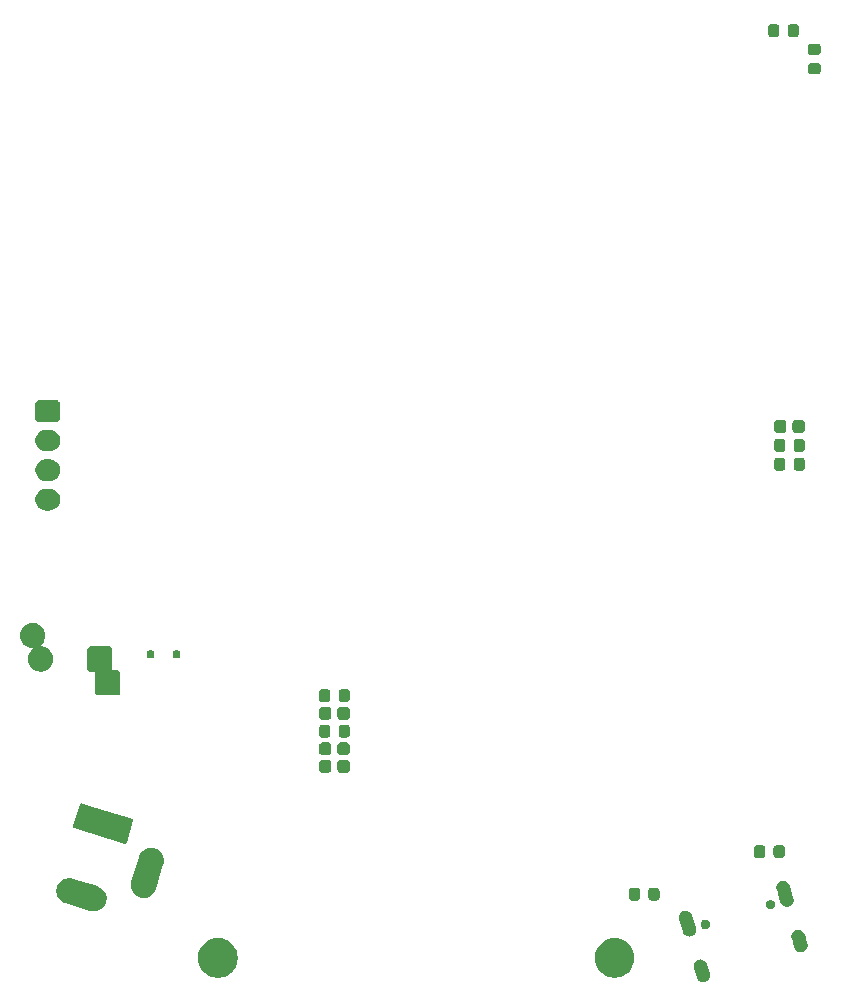
<source format=gbs>
G04 #@! TF.GenerationSoftware,KiCad,Pcbnew,9.0.2*
G04 #@! TF.CreationDate,2025-09-19T19:59:59+02:00*
G04 #@! TF.ProjectId,LumiCtrl,4c756d69-4374-4726-9c2e-6b696361645f,rev?*
G04 #@! TF.SameCoordinates,Original*
G04 #@! TF.FileFunction,Soldermask,Bot*
G04 #@! TF.FilePolarity,Negative*
%FSLAX46Y46*%
G04 Gerber Fmt 4.6, Leading zero omitted, Abs format (unit mm)*
G04 Created by KiCad (PCBNEW 9.0.2) date 2025-09-19 19:59:59*
%MOMM*%
%LPD*%
G01*
G04 APERTURE LIST*
G04 APERTURE END LIST*
G36*
X179498184Y-129437002D02*
G01*
X179521225Y-129436198D01*
X179543693Y-129441385D01*
X179577013Y-129444594D01*
X179640986Y-129463846D01*
X179667483Y-129469964D01*
X179675530Y-129474242D01*
X179684908Y-129477065D01*
X179784385Y-129529959D01*
X179791965Y-129536152D01*
X179800018Y-129540434D01*
X179819914Y-129558987D01*
X179871642Y-129601251D01*
X179892935Y-129627081D01*
X179909798Y-129642806D01*
X179922014Y-129662355D01*
X179943310Y-129688189D01*
X179974930Y-129747038D01*
X179989342Y-129770102D01*
X179994170Y-129782847D01*
X179997225Y-129788532D01*
X180014685Y-129836995D01*
X180015989Y-129840437D01*
X180016347Y-129841609D01*
X180016348Y-129841611D01*
X180188411Y-130404404D01*
X180249887Y-130605481D01*
X180250735Y-130609084D01*
X180263356Y-130659008D01*
X180264002Y-130665426D01*
X180267126Y-130678692D01*
X180268075Y-130705867D01*
X180274769Y-130772337D01*
X180271560Y-130805657D01*
X180272365Y-130828706D01*
X180267176Y-130851181D01*
X180263968Y-130884493D01*
X180244719Y-130948450D01*
X180238598Y-130974964D01*
X180234316Y-130983017D01*
X180231497Y-130992384D01*
X180178600Y-131091869D01*
X180172412Y-131099442D01*
X180168129Y-131107498D01*
X180149568Y-131127401D01*
X180107309Y-131179125D01*
X180081484Y-131200413D01*
X180065757Y-131217279D01*
X180046202Y-131229498D01*
X180020377Y-131250787D01*
X179961532Y-131282405D01*
X179938461Y-131296822D01*
X179929739Y-131299488D01*
X179921116Y-131304122D01*
X179813370Y-131337063D01*
X179803632Y-131338043D01*
X179794914Y-131340709D01*
X179767735Y-131341658D01*
X179701269Y-131348351D01*
X179667951Y-131345142D01*
X179644901Y-131345948D01*
X179622429Y-131340759D01*
X179589113Y-131337552D01*
X179525143Y-131318299D01*
X179498643Y-131312181D01*
X179490592Y-131307900D01*
X179481221Y-131305080D01*
X179381737Y-131252183D01*
X179374159Y-131245992D01*
X179366108Y-131241711D01*
X179346216Y-131223161D01*
X179294480Y-131180892D01*
X179273185Y-131155059D01*
X179256328Y-131139340D01*
X179244112Y-131119792D01*
X179222817Y-131093958D01*
X179191197Y-131035109D01*
X179176784Y-131012044D01*
X179171954Y-130999297D01*
X179168900Y-130993612D01*
X179151428Y-130945118D01*
X179150137Y-130941709D01*
X179149782Y-130940548D01*
X179149777Y-130940534D01*
X178916600Y-130177848D01*
X178916596Y-130177835D01*
X178916239Y-130176665D01*
X178915397Y-130173090D01*
X178902769Y-130123136D01*
X178902122Y-130116711D01*
X178899000Y-130103453D01*
X178898051Y-130076291D01*
X178891356Y-130009808D01*
X178894565Y-129976479D01*
X178893761Y-129953440D01*
X178898948Y-129930971D01*
X178902157Y-129897651D01*
X178921410Y-129833673D01*
X178927527Y-129807182D01*
X178931805Y-129799136D01*
X178934628Y-129789756D01*
X178987522Y-129690279D01*
X178993716Y-129682697D01*
X178997997Y-129674647D01*
X179016543Y-129654757D01*
X179058814Y-129603022D01*
X179084648Y-129581725D01*
X179100369Y-129564867D01*
X179119913Y-129552654D01*
X179145752Y-129531354D01*
X179204614Y-129499726D01*
X179227665Y-129485323D01*
X179236380Y-129482658D01*
X179245006Y-129478024D01*
X179352755Y-129445082D01*
X179362499Y-129444100D01*
X179371212Y-129441437D01*
X179398367Y-129440488D01*
X179464856Y-129433793D01*
X179498184Y-129437002D01*
G37*
G36*
X138926776Y-127657185D02*
G01*
X139138411Y-127713892D01*
X139340834Y-127797738D01*
X139530580Y-127907288D01*
X139704404Y-128040668D01*
X139859332Y-128195596D01*
X139992712Y-128369420D01*
X140102262Y-128559166D01*
X140186108Y-128761589D01*
X140242815Y-128973224D01*
X140271414Y-129190450D01*
X140271414Y-129409550D01*
X140242815Y-129626776D01*
X140186108Y-129838411D01*
X140102262Y-130040834D01*
X139992712Y-130230580D01*
X139859332Y-130404404D01*
X139704404Y-130559332D01*
X139530580Y-130692712D01*
X139340834Y-130802262D01*
X139138411Y-130886108D01*
X138926776Y-130942815D01*
X138709550Y-130971414D01*
X138490450Y-130971414D01*
X138273224Y-130942815D01*
X138061589Y-130886108D01*
X137859166Y-130802262D01*
X137669420Y-130692712D01*
X137495596Y-130559332D01*
X137340668Y-130404404D01*
X137207288Y-130230580D01*
X137097738Y-130040834D01*
X137013892Y-129838411D01*
X136957185Y-129626776D01*
X136928586Y-129409550D01*
X136928586Y-129190450D01*
X136957185Y-128973224D01*
X137013892Y-128761589D01*
X137097738Y-128559166D01*
X137207288Y-128369420D01*
X137340668Y-128195596D01*
X137495596Y-128040668D01*
X137669420Y-127907288D01*
X137859166Y-127797738D01*
X138061589Y-127713892D01*
X138273224Y-127657185D01*
X138490450Y-127628586D01*
X138709550Y-127628586D01*
X138926776Y-127657185D01*
G37*
G36*
X172526776Y-127657185D02*
G01*
X172738411Y-127713892D01*
X172940834Y-127797738D01*
X173130580Y-127907288D01*
X173304404Y-128040668D01*
X173459332Y-128195596D01*
X173592712Y-128369420D01*
X173702262Y-128559166D01*
X173786108Y-128761589D01*
X173842815Y-128973224D01*
X173871414Y-129190450D01*
X173871414Y-129409550D01*
X173842815Y-129626776D01*
X173786108Y-129838411D01*
X173702262Y-130040834D01*
X173592712Y-130230580D01*
X173459332Y-130404404D01*
X173304404Y-130559332D01*
X173130580Y-130692712D01*
X172940834Y-130802262D01*
X172738411Y-130886108D01*
X172526776Y-130942815D01*
X172309550Y-130971414D01*
X172090450Y-130971414D01*
X171873224Y-130942815D01*
X171661589Y-130886108D01*
X171459166Y-130802262D01*
X171269420Y-130692712D01*
X171095596Y-130559332D01*
X170940668Y-130404404D01*
X170807288Y-130230580D01*
X170697738Y-130040834D01*
X170613892Y-129838411D01*
X170557185Y-129626776D01*
X170528586Y-129409550D01*
X170528586Y-129190450D01*
X170557185Y-128973224D01*
X170613892Y-128761589D01*
X170697738Y-128559166D01*
X170807288Y-128369420D01*
X170940668Y-128195596D01*
X171095596Y-128040668D01*
X171269420Y-127907288D01*
X171459166Y-127797738D01*
X171661589Y-127713892D01*
X171873224Y-127657185D01*
X172090450Y-127628586D01*
X172309550Y-127628586D01*
X172526776Y-127657185D01*
G37*
G36*
X187760657Y-126910911D02*
G01*
X187783698Y-126910107D01*
X187806166Y-126915294D01*
X187839486Y-126918503D01*
X187903459Y-126937755D01*
X187929956Y-126943873D01*
X187938003Y-126948151D01*
X187947381Y-126950974D01*
X188046858Y-127003868D01*
X188054438Y-127010061D01*
X188062491Y-127014343D01*
X188082387Y-127032896D01*
X188134115Y-127075160D01*
X188155408Y-127100990D01*
X188172271Y-127116715D01*
X188184487Y-127136264D01*
X188205783Y-127162098D01*
X188237403Y-127220947D01*
X188251815Y-127244011D01*
X188256643Y-127256756D01*
X188259698Y-127262441D01*
X188277158Y-127310904D01*
X188278462Y-127314346D01*
X188278820Y-127315518D01*
X188278821Y-127315520D01*
X188500521Y-128040668D01*
X188512360Y-128079390D01*
X188513208Y-128082993D01*
X188525829Y-128132917D01*
X188526475Y-128139335D01*
X188529599Y-128152601D01*
X188530548Y-128179776D01*
X188537242Y-128246246D01*
X188534033Y-128279566D01*
X188534838Y-128302615D01*
X188529649Y-128325090D01*
X188526441Y-128358402D01*
X188507192Y-128422359D01*
X188501071Y-128448873D01*
X188496789Y-128456926D01*
X188493970Y-128466293D01*
X188441073Y-128565778D01*
X188434885Y-128573351D01*
X188430602Y-128581407D01*
X188412041Y-128601310D01*
X188369782Y-128653034D01*
X188343957Y-128674322D01*
X188328230Y-128691188D01*
X188308675Y-128703407D01*
X188282850Y-128724696D01*
X188224005Y-128756314D01*
X188200934Y-128770731D01*
X188192212Y-128773397D01*
X188183589Y-128778031D01*
X188075843Y-128810972D01*
X188066105Y-128811952D01*
X188057387Y-128814618D01*
X188030208Y-128815567D01*
X187963742Y-128822260D01*
X187930424Y-128819051D01*
X187907374Y-128819857D01*
X187884902Y-128814668D01*
X187851586Y-128811461D01*
X187787616Y-128792208D01*
X187761116Y-128786090D01*
X187753065Y-128781809D01*
X187743694Y-128778989D01*
X187644210Y-128726092D01*
X187636632Y-128719901D01*
X187628581Y-128715620D01*
X187608689Y-128697070D01*
X187556953Y-128654801D01*
X187535658Y-128628968D01*
X187518801Y-128613249D01*
X187506585Y-128593701D01*
X187485290Y-128567867D01*
X187453670Y-128509018D01*
X187439257Y-128485953D01*
X187434427Y-128473206D01*
X187431373Y-128467521D01*
X187413901Y-128419027D01*
X187412610Y-128415618D01*
X187412255Y-128414457D01*
X187412250Y-128414443D01*
X187179073Y-127651757D01*
X187179069Y-127651744D01*
X187178712Y-127650574D01*
X187177870Y-127646999D01*
X187165242Y-127597045D01*
X187164595Y-127590620D01*
X187161473Y-127577362D01*
X187160524Y-127550200D01*
X187153829Y-127483717D01*
X187157038Y-127450388D01*
X187156234Y-127427349D01*
X187161421Y-127404880D01*
X187164630Y-127371560D01*
X187183883Y-127307582D01*
X187190000Y-127281091D01*
X187194278Y-127273045D01*
X187197101Y-127263665D01*
X187249995Y-127164188D01*
X187256189Y-127156606D01*
X187260470Y-127148556D01*
X187279016Y-127128666D01*
X187321287Y-127076931D01*
X187347121Y-127055634D01*
X187362842Y-127038776D01*
X187382386Y-127026563D01*
X187408225Y-127005263D01*
X187467087Y-126973635D01*
X187490138Y-126959232D01*
X187498853Y-126956567D01*
X187507479Y-126951933D01*
X187615228Y-126918991D01*
X187624972Y-126918009D01*
X187633685Y-126915346D01*
X187660840Y-126914397D01*
X187727329Y-126907702D01*
X187760657Y-126910911D01*
G37*
G36*
X178232215Y-125296202D02*
G01*
X178255257Y-125295398D01*
X178277724Y-125300585D01*
X178311045Y-125303794D01*
X178375020Y-125323048D01*
X178401515Y-125329165D01*
X178409562Y-125333443D01*
X178418936Y-125336265D01*
X178518420Y-125389161D01*
X178526003Y-125395356D01*
X178534049Y-125399635D01*
X178553936Y-125418180D01*
X178605673Y-125460452D01*
X178626960Y-125486275D01*
X178643830Y-125502006D01*
X178656051Y-125521563D01*
X178677341Y-125547390D01*
X178708954Y-125606227D01*
X178723373Y-125629302D01*
X178728204Y-125642054D01*
X178731256Y-125647734D01*
X178748733Y-125696242D01*
X178750020Y-125699638D01*
X178750372Y-125700792D01*
X178750380Y-125700812D01*
X179055031Y-126697285D01*
X179071628Y-126751573D01*
X179072470Y-126755149D01*
X179085097Y-126805099D01*
X179085743Y-126811520D01*
X179088867Y-126824785D01*
X179089816Y-126851958D01*
X179096510Y-126918430D01*
X179093301Y-126951750D01*
X179094106Y-126974798D01*
X179088917Y-126997273D01*
X179085709Y-127030586D01*
X179066459Y-127094546D01*
X179060339Y-127121057D01*
X179056057Y-127129109D01*
X179053237Y-127138481D01*
X179000343Y-127237959D01*
X178994151Y-127245537D01*
X178989869Y-127253591D01*
X178971310Y-127273493D01*
X178929051Y-127325215D01*
X178903228Y-127346501D01*
X178887498Y-127363371D01*
X178867940Y-127375591D01*
X178842113Y-127396883D01*
X178783274Y-127428497D01*
X178760201Y-127442915D01*
X178751476Y-127445582D01*
X178742858Y-127450213D01*
X178635110Y-127483155D01*
X178625372Y-127484135D01*
X178616654Y-127486801D01*
X178589475Y-127487750D01*
X178523009Y-127494443D01*
X178489691Y-127491234D01*
X178466641Y-127492040D01*
X178444169Y-127486851D01*
X178410853Y-127483644D01*
X178346881Y-127464390D01*
X178320383Y-127458273D01*
X178312333Y-127453992D01*
X178302957Y-127451171D01*
X178203480Y-127398277D01*
X178195901Y-127392085D01*
X178187848Y-127387803D01*
X178167951Y-127369249D01*
X178116220Y-127326983D01*
X178094926Y-127301151D01*
X178078068Y-127285431D01*
X178065853Y-127265883D01*
X178044557Y-127240049D01*
X178012936Y-127181197D01*
X177998525Y-127158135D01*
X177993695Y-127145388D01*
X177990642Y-127139705D01*
X177973179Y-127091238D01*
X177971877Y-127087800D01*
X177971519Y-127086629D01*
X177971515Y-127086618D01*
X177650629Y-126037042D01*
X177650623Y-126037020D01*
X177650270Y-126035864D01*
X177649437Y-126032328D01*
X177636800Y-125982337D01*
X177636153Y-125975915D01*
X177633030Y-125962652D01*
X177632081Y-125935480D01*
X177625387Y-125869007D01*
X177628596Y-125835679D01*
X177627792Y-125812639D01*
X177632978Y-125790172D01*
X177636188Y-125756850D01*
X177655443Y-125692871D01*
X177661559Y-125666381D01*
X177665837Y-125658334D01*
X177668659Y-125648959D01*
X177721555Y-125549475D01*
X177727752Y-125541889D01*
X177732029Y-125533847D01*
X177750567Y-125513966D01*
X177792846Y-125462222D01*
X177818673Y-125440931D01*
X177834400Y-125424066D01*
X177853952Y-125411848D01*
X177879784Y-125390554D01*
X177938637Y-125358931D01*
X177961696Y-125344523D01*
X177970414Y-125341857D01*
X177979038Y-125337224D01*
X178086787Y-125304282D01*
X178096526Y-125303301D01*
X178105244Y-125300636D01*
X178132412Y-125299687D01*
X178198888Y-125292993D01*
X178232215Y-125296202D01*
G37*
G36*
X180027724Y-126084228D02*
G01*
X180118156Y-126136439D01*
X180191992Y-126210275D01*
X180244203Y-126300707D01*
X180271229Y-126401570D01*
X180271229Y-126505990D01*
X180244203Y-126606853D01*
X180191992Y-126697285D01*
X180118156Y-126771121D01*
X180027724Y-126823332D01*
X179926861Y-126850358D01*
X179822441Y-126850358D01*
X179721578Y-126823332D01*
X179631146Y-126771121D01*
X179557310Y-126697285D01*
X179505099Y-126606853D01*
X179478073Y-126505990D01*
X179478073Y-126401570D01*
X179505099Y-126300707D01*
X179557310Y-126210275D01*
X179631146Y-126136439D01*
X179721578Y-126084228D01*
X179822441Y-126057202D01*
X179926861Y-126057202D01*
X180027724Y-126084228D01*
G37*
G36*
X126236892Y-122581057D02*
G01*
X126318520Y-122602547D01*
X126319450Y-122602831D01*
X126319460Y-122602834D01*
X128421432Y-123245472D01*
X128421457Y-123245480D01*
X128422390Y-123245766D01*
X128502080Y-123273595D01*
X128653695Y-123347542D01*
X128791875Y-123444297D01*
X128913218Y-123561477D01*
X129014736Y-123696197D01*
X129093930Y-123845138D01*
X129148849Y-124004635D01*
X129178141Y-124170759D01*
X129181086Y-124339420D01*
X129157609Y-124506465D01*
X129108289Y-124667783D01*
X129034342Y-124819397D01*
X128937586Y-124957577D01*
X128820407Y-125078921D01*
X128685687Y-125180439D01*
X128536746Y-125259632D01*
X128377249Y-125314552D01*
X128211125Y-125343844D01*
X128042463Y-125346788D01*
X127875418Y-125323311D01*
X127793791Y-125301821D01*
X125689920Y-124658603D01*
X125610231Y-124630774D01*
X125458616Y-124556827D01*
X125320436Y-124460071D01*
X125199092Y-124342891D01*
X125097574Y-124208171D01*
X125018381Y-124059231D01*
X124963461Y-123899733D01*
X124934169Y-123733609D01*
X124931225Y-123564948D01*
X124954702Y-123397903D01*
X125004021Y-123236586D01*
X125077968Y-123084971D01*
X125174724Y-122946791D01*
X125291904Y-122825447D01*
X125426624Y-122723929D01*
X125575564Y-122644736D01*
X125735062Y-122589816D01*
X125901186Y-122560524D01*
X126069847Y-122557580D01*
X126236892Y-122581057D01*
G37*
G36*
X185555165Y-124394320D02*
G01*
X185645597Y-124446531D01*
X185719433Y-124520367D01*
X185771644Y-124610799D01*
X185798670Y-124711662D01*
X185798670Y-124816082D01*
X185771644Y-124916945D01*
X185719433Y-125007377D01*
X185645597Y-125081213D01*
X185555165Y-125133424D01*
X185454302Y-125160450D01*
X185349882Y-125160450D01*
X185249019Y-125133424D01*
X185158587Y-125081213D01*
X185084751Y-125007377D01*
X185032540Y-124916945D01*
X185005514Y-124816082D01*
X185005514Y-124711662D01*
X185032540Y-124610799D01*
X185084751Y-124520367D01*
X185158587Y-124446531D01*
X185249019Y-124394320D01*
X185349882Y-124367294D01*
X185454302Y-124367294D01*
X185555165Y-124394320D01*
G37*
G36*
X186494688Y-122770111D02*
G01*
X186517730Y-122769307D01*
X186540197Y-122774494D01*
X186573518Y-122777703D01*
X186637493Y-122796957D01*
X186663988Y-122803074D01*
X186672035Y-122807352D01*
X186681409Y-122810174D01*
X186780893Y-122863070D01*
X186788476Y-122869265D01*
X186796522Y-122873544D01*
X186816409Y-122892089D01*
X186868146Y-122934361D01*
X186889433Y-122960184D01*
X186906303Y-122975915D01*
X186918524Y-122995472D01*
X186939814Y-123021299D01*
X186971427Y-123080136D01*
X186985846Y-123103211D01*
X186990677Y-123115963D01*
X186993729Y-123121643D01*
X187011206Y-123170151D01*
X187012493Y-123173547D01*
X187012845Y-123174701D01*
X187012853Y-123174721D01*
X187328783Y-124208087D01*
X187334101Y-124225482D01*
X187334943Y-124229058D01*
X187347570Y-124279008D01*
X187348216Y-124285429D01*
X187351340Y-124298694D01*
X187352289Y-124325867D01*
X187358983Y-124392339D01*
X187355774Y-124425659D01*
X187356579Y-124448707D01*
X187351390Y-124471182D01*
X187348182Y-124504495D01*
X187328932Y-124568455D01*
X187322812Y-124594966D01*
X187318530Y-124603018D01*
X187315710Y-124612390D01*
X187262816Y-124711868D01*
X187256624Y-124719446D01*
X187252342Y-124727500D01*
X187233783Y-124747402D01*
X187191524Y-124799124D01*
X187165701Y-124820410D01*
X187149971Y-124837280D01*
X187130413Y-124849500D01*
X187104586Y-124870792D01*
X187045747Y-124902406D01*
X187022674Y-124916824D01*
X187013949Y-124919491D01*
X187005331Y-124924122D01*
X186897583Y-124957064D01*
X186887845Y-124958044D01*
X186879127Y-124960710D01*
X186851948Y-124961659D01*
X186785482Y-124968352D01*
X186752164Y-124965143D01*
X186729114Y-124965949D01*
X186706642Y-124960760D01*
X186673326Y-124957553D01*
X186609354Y-124938299D01*
X186582856Y-124932182D01*
X186574806Y-124927901D01*
X186565430Y-124925080D01*
X186465953Y-124872186D01*
X186458374Y-124865994D01*
X186450321Y-124861712D01*
X186430424Y-124843158D01*
X186378693Y-124800892D01*
X186357399Y-124775060D01*
X186340541Y-124759340D01*
X186328326Y-124739792D01*
X186307030Y-124713958D01*
X186275409Y-124655106D01*
X186260998Y-124632044D01*
X186256168Y-124619297D01*
X186253115Y-124613614D01*
X186235652Y-124565147D01*
X186234350Y-124561709D01*
X186233992Y-124560538D01*
X186233988Y-124560527D01*
X185913102Y-123510951D01*
X185913096Y-123510929D01*
X185912743Y-123509773D01*
X185911910Y-123506237D01*
X185899273Y-123456246D01*
X185898626Y-123449824D01*
X185895503Y-123436561D01*
X185894554Y-123409389D01*
X185887860Y-123342916D01*
X185891069Y-123309588D01*
X185890265Y-123286548D01*
X185895451Y-123264081D01*
X185898661Y-123230759D01*
X185917916Y-123166780D01*
X185924032Y-123140290D01*
X185928310Y-123132243D01*
X185931132Y-123122868D01*
X185984028Y-123023384D01*
X185990225Y-123015798D01*
X185994502Y-123007756D01*
X186013040Y-122987875D01*
X186055319Y-122936131D01*
X186081146Y-122914840D01*
X186096873Y-122897975D01*
X186116425Y-122885757D01*
X186142257Y-122864463D01*
X186201110Y-122832840D01*
X186224169Y-122818432D01*
X186232887Y-122815766D01*
X186241511Y-122811133D01*
X186349260Y-122778191D01*
X186358999Y-122777210D01*
X186367717Y-122774545D01*
X186394885Y-122773596D01*
X186461361Y-122766902D01*
X186494688Y-122770111D01*
G37*
G36*
X174081409Y-123351275D02*
G01*
X174144958Y-123359641D01*
X174160943Y-123367095D01*
X174180238Y-123370933D01*
X174205792Y-123388008D01*
X174232290Y-123400364D01*
X174248412Y-123416486D01*
X174269454Y-123430546D01*
X174283513Y-123451587D01*
X174299635Y-123467709D01*
X174311990Y-123494204D01*
X174329067Y-123519762D01*
X174332905Y-123539058D01*
X174340358Y-123555041D01*
X174348722Y-123618577D01*
X174350000Y-123625000D01*
X174350000Y-124175000D01*
X174348722Y-124181424D01*
X174340358Y-124244958D01*
X174332905Y-124260939D01*
X174329067Y-124280238D01*
X174311988Y-124305797D01*
X174299635Y-124332290D01*
X174283516Y-124348408D01*
X174269454Y-124369454D01*
X174248408Y-124383516D01*
X174232290Y-124399635D01*
X174205797Y-124411988D01*
X174180238Y-124429067D01*
X174160939Y-124432905D01*
X174144958Y-124440358D01*
X174081424Y-124448722D01*
X174075000Y-124450000D01*
X173675000Y-124450000D01*
X173668577Y-124448722D01*
X173605041Y-124440358D01*
X173589058Y-124432905D01*
X173569762Y-124429067D01*
X173544204Y-124411990D01*
X173517709Y-124399635D01*
X173501587Y-124383513D01*
X173480546Y-124369454D01*
X173466486Y-124348412D01*
X173450364Y-124332290D01*
X173438008Y-124305792D01*
X173420933Y-124280238D01*
X173417095Y-124260943D01*
X173409641Y-124244958D01*
X173401275Y-124181409D01*
X173400000Y-124175000D01*
X173400000Y-123625000D01*
X173401274Y-123618592D01*
X173409641Y-123555041D01*
X173417095Y-123539054D01*
X173420933Y-123519762D01*
X173438006Y-123494209D01*
X173450364Y-123467709D01*
X173466488Y-123451584D01*
X173480546Y-123430546D01*
X173501584Y-123416488D01*
X173517709Y-123400364D01*
X173544209Y-123388006D01*
X173569762Y-123370933D01*
X173589054Y-123367095D01*
X173605041Y-123359641D01*
X173668592Y-123351274D01*
X173675000Y-123350000D01*
X174075000Y-123350000D01*
X174081409Y-123351275D01*
G37*
G36*
X175731409Y-123351275D02*
G01*
X175794958Y-123359641D01*
X175810943Y-123367095D01*
X175830238Y-123370933D01*
X175855792Y-123388008D01*
X175882290Y-123400364D01*
X175898412Y-123416486D01*
X175919454Y-123430546D01*
X175933513Y-123451587D01*
X175949635Y-123467709D01*
X175961990Y-123494204D01*
X175979067Y-123519762D01*
X175982905Y-123539058D01*
X175990358Y-123555041D01*
X175998722Y-123618577D01*
X176000000Y-123625000D01*
X176000000Y-124175000D01*
X175998722Y-124181424D01*
X175990358Y-124244958D01*
X175982905Y-124260939D01*
X175979067Y-124280238D01*
X175961988Y-124305797D01*
X175949635Y-124332290D01*
X175933516Y-124348408D01*
X175919454Y-124369454D01*
X175898408Y-124383516D01*
X175882290Y-124399635D01*
X175855797Y-124411988D01*
X175830238Y-124429067D01*
X175810939Y-124432905D01*
X175794958Y-124440358D01*
X175731424Y-124448722D01*
X175725000Y-124450000D01*
X175325000Y-124450000D01*
X175318577Y-124448722D01*
X175255041Y-124440358D01*
X175239058Y-124432905D01*
X175219762Y-124429067D01*
X175194204Y-124411990D01*
X175167709Y-124399635D01*
X175151587Y-124383513D01*
X175130546Y-124369454D01*
X175116486Y-124348412D01*
X175100364Y-124332290D01*
X175088008Y-124305792D01*
X175070933Y-124280238D01*
X175067095Y-124260943D01*
X175059641Y-124244958D01*
X175051275Y-124181409D01*
X175050000Y-124175000D01*
X175050000Y-123625000D01*
X175051274Y-123618592D01*
X175059641Y-123555041D01*
X175067095Y-123539054D01*
X175070933Y-123519762D01*
X175088006Y-123494209D01*
X175100364Y-123467709D01*
X175116488Y-123451584D01*
X175130546Y-123430546D01*
X175151584Y-123416488D01*
X175167709Y-123400364D01*
X175194209Y-123388006D01*
X175219762Y-123370933D01*
X175239054Y-123367095D01*
X175255041Y-123359641D01*
X175318592Y-123351274D01*
X175325000Y-123350000D01*
X175725000Y-123350000D01*
X175731409Y-123351275D01*
G37*
G36*
X133194763Y-120002679D02*
G01*
X133356081Y-120051999D01*
X133507695Y-120125946D01*
X133645875Y-120222702D01*
X133767219Y-120339881D01*
X133868737Y-120474601D01*
X133947930Y-120623542D01*
X134002850Y-120783039D01*
X134032142Y-120949163D01*
X134035086Y-121117825D01*
X134011609Y-121284870D01*
X133990119Y-121366497D01*
X133346901Y-123470368D01*
X133319072Y-123550057D01*
X133245125Y-123701672D01*
X133148369Y-123839852D01*
X133031189Y-123961196D01*
X132896469Y-124062714D01*
X132747529Y-124141907D01*
X132588031Y-124196827D01*
X132421907Y-124226119D01*
X132253246Y-124229063D01*
X132086201Y-124205586D01*
X131924884Y-124156267D01*
X131773269Y-124082320D01*
X131635089Y-123985564D01*
X131513745Y-123868384D01*
X131412227Y-123733664D01*
X131333034Y-123584724D01*
X131278114Y-123425226D01*
X131248822Y-123259102D01*
X131245878Y-123090441D01*
X131269355Y-122923396D01*
X131290845Y-122841768D01*
X131291127Y-122840843D01*
X131291132Y-122840827D01*
X131933770Y-120738855D01*
X131933781Y-120738822D01*
X131934064Y-120737898D01*
X131961893Y-120658208D01*
X132035840Y-120506593D01*
X132132595Y-120368413D01*
X132249775Y-120247070D01*
X132384495Y-120145552D01*
X132533436Y-120066358D01*
X132692933Y-120011439D01*
X132859057Y-119982147D01*
X133027718Y-119979202D01*
X133194763Y-120002679D01*
G37*
G36*
X184681409Y-119751275D02*
G01*
X184744958Y-119759641D01*
X184760943Y-119767095D01*
X184780238Y-119770933D01*
X184805792Y-119788008D01*
X184832290Y-119800364D01*
X184848412Y-119816486D01*
X184869454Y-119830546D01*
X184883513Y-119851587D01*
X184899635Y-119867709D01*
X184911990Y-119894204D01*
X184929067Y-119919762D01*
X184932905Y-119939058D01*
X184940358Y-119955041D01*
X184948722Y-120018577D01*
X184950000Y-120025000D01*
X184950000Y-120575000D01*
X184948722Y-120581424D01*
X184940358Y-120644958D01*
X184932905Y-120660939D01*
X184929067Y-120680238D01*
X184911988Y-120705797D01*
X184899635Y-120732290D01*
X184883516Y-120748408D01*
X184869454Y-120769454D01*
X184848408Y-120783516D01*
X184832290Y-120799635D01*
X184805797Y-120811988D01*
X184780238Y-120829067D01*
X184760939Y-120832905D01*
X184744958Y-120840358D01*
X184681424Y-120848722D01*
X184675000Y-120850000D01*
X184275000Y-120850000D01*
X184268577Y-120848722D01*
X184205041Y-120840358D01*
X184189058Y-120832905D01*
X184169762Y-120829067D01*
X184144204Y-120811990D01*
X184117709Y-120799635D01*
X184101587Y-120783513D01*
X184080546Y-120769454D01*
X184066486Y-120748412D01*
X184050364Y-120732290D01*
X184038008Y-120705792D01*
X184020933Y-120680238D01*
X184017095Y-120660943D01*
X184009641Y-120644958D01*
X184001275Y-120581409D01*
X184000000Y-120575000D01*
X184000000Y-120025000D01*
X184001274Y-120018592D01*
X184009641Y-119955041D01*
X184017095Y-119939054D01*
X184020933Y-119919762D01*
X184038006Y-119894209D01*
X184050364Y-119867709D01*
X184066488Y-119851584D01*
X184080546Y-119830546D01*
X184101584Y-119816488D01*
X184117709Y-119800364D01*
X184144209Y-119788006D01*
X184169762Y-119770933D01*
X184189054Y-119767095D01*
X184205041Y-119759641D01*
X184268592Y-119751274D01*
X184275000Y-119750000D01*
X184675000Y-119750000D01*
X184681409Y-119751275D01*
G37*
G36*
X186331409Y-119751275D02*
G01*
X186394958Y-119759641D01*
X186410943Y-119767095D01*
X186430238Y-119770933D01*
X186455792Y-119788008D01*
X186482290Y-119800364D01*
X186498412Y-119816486D01*
X186519454Y-119830546D01*
X186533513Y-119851587D01*
X186549635Y-119867709D01*
X186561990Y-119894204D01*
X186579067Y-119919762D01*
X186582905Y-119939058D01*
X186590358Y-119955041D01*
X186598722Y-120018577D01*
X186600000Y-120025000D01*
X186600000Y-120575000D01*
X186598722Y-120581424D01*
X186590358Y-120644958D01*
X186582905Y-120660939D01*
X186579067Y-120680238D01*
X186561988Y-120705797D01*
X186549635Y-120732290D01*
X186533516Y-120748408D01*
X186519454Y-120769454D01*
X186498408Y-120783516D01*
X186482290Y-120799635D01*
X186455797Y-120811988D01*
X186430238Y-120829067D01*
X186410939Y-120832905D01*
X186394958Y-120840358D01*
X186331424Y-120848722D01*
X186325000Y-120850000D01*
X185925000Y-120850000D01*
X185918577Y-120848722D01*
X185855041Y-120840358D01*
X185839058Y-120832905D01*
X185819762Y-120829067D01*
X185794204Y-120811990D01*
X185767709Y-120799635D01*
X185751587Y-120783513D01*
X185730546Y-120769454D01*
X185716486Y-120748412D01*
X185700364Y-120732290D01*
X185688008Y-120705792D01*
X185670933Y-120680238D01*
X185667095Y-120660943D01*
X185659641Y-120644958D01*
X185651275Y-120581409D01*
X185650000Y-120575000D01*
X185650000Y-120025000D01*
X185651274Y-120018592D01*
X185659641Y-119955041D01*
X185667095Y-119939054D01*
X185670933Y-119919762D01*
X185688006Y-119894209D01*
X185700364Y-119867709D01*
X185716488Y-119851584D01*
X185730546Y-119830546D01*
X185751584Y-119816488D01*
X185767709Y-119800364D01*
X185794209Y-119788006D01*
X185819762Y-119770933D01*
X185839054Y-119767095D01*
X185855041Y-119759641D01*
X185918592Y-119751274D01*
X185925000Y-119750000D01*
X186325000Y-119750000D01*
X186331409Y-119751275D01*
G37*
G36*
X127012896Y-116226982D02*
G01*
X128271532Y-116611785D01*
X131407184Y-117570450D01*
X131407187Y-117570451D01*
X131411898Y-117571892D01*
X131437675Y-117585743D01*
X131456191Y-117608405D01*
X131464624Y-117636427D01*
X131461693Y-117665543D01*
X130876949Y-119578153D01*
X130863098Y-119603930D01*
X130840437Y-119622446D01*
X130812414Y-119630879D01*
X130783298Y-119627948D01*
X126384296Y-118283038D01*
X126358519Y-118269187D01*
X126340003Y-118246525D01*
X126331570Y-118218503D01*
X126334501Y-118189387D01*
X126342016Y-118164805D01*
X126917804Y-116281488D01*
X126917805Y-116281484D01*
X126919245Y-116276777D01*
X126933096Y-116251000D01*
X126955757Y-116232484D01*
X126983780Y-116224051D01*
X127012896Y-116226982D01*
G37*
G36*
X147992257Y-112544638D02*
G01*
X148000930Y-112548467D01*
X148008497Y-112549570D01*
X148055795Y-112572692D01*
X148093113Y-112589170D01*
X148096568Y-112592625D01*
X148097492Y-112593077D01*
X148167163Y-112662748D01*
X148167614Y-112663671D01*
X148171071Y-112667128D01*
X148187550Y-112704451D01*
X148210670Y-112751742D01*
X148211772Y-112759308D01*
X148215603Y-112767984D01*
X148223572Y-112836669D01*
X148223572Y-113336669D01*
X148215603Y-113405354D01*
X148211771Y-113414030D01*
X148210670Y-113421594D01*
X148187557Y-113468871D01*
X148171071Y-113506210D01*
X148167613Y-113509667D01*
X148167163Y-113510589D01*
X148097492Y-113580260D01*
X148096570Y-113580710D01*
X148093113Y-113584168D01*
X148055779Y-113600652D01*
X148008498Y-113623767D01*
X148000933Y-113624869D01*
X147992257Y-113628700D01*
X147923572Y-113636669D01*
X147473572Y-113636669D01*
X147404887Y-113628700D01*
X147396210Y-113624869D01*
X147388646Y-113623767D01*
X147341359Y-113600650D01*
X147304031Y-113584168D01*
X147300574Y-113580711D01*
X147299651Y-113580260D01*
X147229980Y-113510589D01*
X147229528Y-113509665D01*
X147226073Y-113506210D01*
X147209597Y-113468897D01*
X147186473Y-113421595D01*
X147185370Y-113414026D01*
X147181541Y-113405354D01*
X147173572Y-113336669D01*
X147173572Y-112836669D01*
X147181541Y-112767984D01*
X147185370Y-112759311D01*
X147186473Y-112751743D01*
X147209600Y-112704435D01*
X147226073Y-112667128D01*
X147229527Y-112663673D01*
X147229980Y-112662748D01*
X147299651Y-112593077D01*
X147300576Y-112592624D01*
X147304031Y-112589170D01*
X147341333Y-112572699D01*
X147388645Y-112549570D01*
X147396214Y-112548467D01*
X147404887Y-112544638D01*
X147473572Y-112536669D01*
X147923572Y-112536669D01*
X147992257Y-112544638D01*
G37*
G36*
X149542257Y-112544638D02*
G01*
X149550930Y-112548467D01*
X149558497Y-112549570D01*
X149605795Y-112572692D01*
X149643113Y-112589170D01*
X149646568Y-112592625D01*
X149647492Y-112593077D01*
X149717163Y-112662748D01*
X149717614Y-112663671D01*
X149721071Y-112667128D01*
X149737550Y-112704451D01*
X149760670Y-112751742D01*
X149761772Y-112759308D01*
X149765603Y-112767984D01*
X149773572Y-112836669D01*
X149773572Y-113336669D01*
X149765603Y-113405354D01*
X149761771Y-113414030D01*
X149760670Y-113421594D01*
X149737557Y-113468871D01*
X149721071Y-113506210D01*
X149717613Y-113509667D01*
X149717163Y-113510589D01*
X149647492Y-113580260D01*
X149646570Y-113580710D01*
X149643113Y-113584168D01*
X149605779Y-113600652D01*
X149558498Y-113623767D01*
X149550933Y-113624869D01*
X149542257Y-113628700D01*
X149473572Y-113636669D01*
X149023572Y-113636669D01*
X148954887Y-113628700D01*
X148946210Y-113624869D01*
X148938646Y-113623767D01*
X148891359Y-113600650D01*
X148854031Y-113584168D01*
X148850574Y-113580711D01*
X148849651Y-113580260D01*
X148779980Y-113510589D01*
X148779528Y-113509665D01*
X148776073Y-113506210D01*
X148759597Y-113468897D01*
X148736473Y-113421595D01*
X148735370Y-113414026D01*
X148731541Y-113405354D01*
X148723572Y-113336669D01*
X148723572Y-112836669D01*
X148731541Y-112767984D01*
X148735370Y-112759311D01*
X148736473Y-112751743D01*
X148759600Y-112704435D01*
X148776073Y-112667128D01*
X148779527Y-112663673D01*
X148779980Y-112662748D01*
X148849651Y-112593077D01*
X148850576Y-112592624D01*
X148854031Y-112589170D01*
X148891333Y-112572699D01*
X148938645Y-112549570D01*
X148946214Y-112548467D01*
X148954887Y-112544638D01*
X149023572Y-112536669D01*
X149473572Y-112536669D01*
X149542257Y-112544638D01*
G37*
G36*
X147992257Y-111044638D02*
G01*
X148000930Y-111048467D01*
X148008497Y-111049570D01*
X148055795Y-111072692D01*
X148093113Y-111089170D01*
X148096568Y-111092625D01*
X148097492Y-111093077D01*
X148167163Y-111162748D01*
X148167614Y-111163671D01*
X148171071Y-111167128D01*
X148187550Y-111204451D01*
X148210670Y-111251742D01*
X148211772Y-111259308D01*
X148215603Y-111267984D01*
X148223572Y-111336669D01*
X148223572Y-111836669D01*
X148215603Y-111905354D01*
X148211771Y-111914030D01*
X148210670Y-111921594D01*
X148187557Y-111968871D01*
X148171071Y-112006210D01*
X148167613Y-112009667D01*
X148167163Y-112010589D01*
X148097492Y-112080260D01*
X148096570Y-112080710D01*
X148093113Y-112084168D01*
X148055779Y-112100652D01*
X148008498Y-112123767D01*
X148000933Y-112124869D01*
X147992257Y-112128700D01*
X147923572Y-112136669D01*
X147473572Y-112136669D01*
X147404887Y-112128700D01*
X147396210Y-112124869D01*
X147388646Y-112123767D01*
X147341359Y-112100650D01*
X147304031Y-112084168D01*
X147300574Y-112080711D01*
X147299651Y-112080260D01*
X147229980Y-112010589D01*
X147229528Y-112009665D01*
X147226073Y-112006210D01*
X147209597Y-111968897D01*
X147186473Y-111921595D01*
X147185370Y-111914026D01*
X147181541Y-111905354D01*
X147173572Y-111836669D01*
X147173572Y-111336669D01*
X147181541Y-111267984D01*
X147185370Y-111259311D01*
X147186473Y-111251743D01*
X147209600Y-111204435D01*
X147226073Y-111167128D01*
X147229527Y-111163673D01*
X147229980Y-111162748D01*
X147299651Y-111093077D01*
X147300576Y-111092624D01*
X147304031Y-111089170D01*
X147341333Y-111072699D01*
X147388645Y-111049570D01*
X147396214Y-111048467D01*
X147404887Y-111044638D01*
X147473572Y-111036669D01*
X147923572Y-111036669D01*
X147992257Y-111044638D01*
G37*
G36*
X149542257Y-111044638D02*
G01*
X149550930Y-111048467D01*
X149558497Y-111049570D01*
X149605795Y-111072692D01*
X149643113Y-111089170D01*
X149646568Y-111092625D01*
X149647492Y-111093077D01*
X149717163Y-111162748D01*
X149717614Y-111163671D01*
X149721071Y-111167128D01*
X149737550Y-111204451D01*
X149760670Y-111251742D01*
X149761772Y-111259308D01*
X149765603Y-111267984D01*
X149773572Y-111336669D01*
X149773572Y-111836669D01*
X149765603Y-111905354D01*
X149761771Y-111914030D01*
X149760670Y-111921594D01*
X149737557Y-111968871D01*
X149721071Y-112006210D01*
X149717613Y-112009667D01*
X149717163Y-112010589D01*
X149647492Y-112080260D01*
X149646570Y-112080710D01*
X149643113Y-112084168D01*
X149605779Y-112100652D01*
X149558498Y-112123767D01*
X149550933Y-112124869D01*
X149542257Y-112128700D01*
X149473572Y-112136669D01*
X149023572Y-112136669D01*
X148954887Y-112128700D01*
X148946210Y-112124869D01*
X148938646Y-112123767D01*
X148891359Y-112100650D01*
X148854031Y-112084168D01*
X148850574Y-112080711D01*
X148849651Y-112080260D01*
X148779980Y-112010589D01*
X148779528Y-112009665D01*
X148776073Y-112006210D01*
X148759597Y-111968897D01*
X148736473Y-111921595D01*
X148735370Y-111914026D01*
X148731541Y-111905354D01*
X148723572Y-111836669D01*
X148723572Y-111336669D01*
X148731541Y-111267984D01*
X148735370Y-111259311D01*
X148736473Y-111251743D01*
X148759600Y-111204435D01*
X148776073Y-111167128D01*
X148779527Y-111163673D01*
X148779980Y-111162748D01*
X148849651Y-111093077D01*
X148850576Y-111092624D01*
X148854031Y-111089170D01*
X148891333Y-111072699D01*
X148938645Y-111049570D01*
X148946214Y-111048467D01*
X148954887Y-111044638D01*
X149023572Y-111036669D01*
X149473572Y-111036669D01*
X149542257Y-111044638D01*
G37*
G36*
X147856409Y-109551275D02*
G01*
X147919958Y-109559641D01*
X147935943Y-109567095D01*
X147955238Y-109570933D01*
X147980792Y-109588008D01*
X148007290Y-109600364D01*
X148023412Y-109616486D01*
X148044454Y-109630546D01*
X148058513Y-109651587D01*
X148074635Y-109667709D01*
X148086990Y-109694204D01*
X148104067Y-109719762D01*
X148107905Y-109739058D01*
X148115358Y-109755041D01*
X148123722Y-109818577D01*
X148125000Y-109825000D01*
X148125000Y-110375000D01*
X148123722Y-110381424D01*
X148115358Y-110444958D01*
X148107905Y-110460939D01*
X148104067Y-110480238D01*
X148086988Y-110505797D01*
X148074635Y-110532290D01*
X148058516Y-110548408D01*
X148044454Y-110569454D01*
X148023408Y-110583516D01*
X148007290Y-110599635D01*
X147980797Y-110611988D01*
X147955238Y-110629067D01*
X147935939Y-110632905D01*
X147919958Y-110640358D01*
X147856424Y-110648722D01*
X147850000Y-110650000D01*
X147450000Y-110650000D01*
X147443577Y-110648722D01*
X147380041Y-110640358D01*
X147364058Y-110632905D01*
X147344762Y-110629067D01*
X147319204Y-110611990D01*
X147292709Y-110599635D01*
X147276587Y-110583513D01*
X147255546Y-110569454D01*
X147241486Y-110548412D01*
X147225364Y-110532290D01*
X147213008Y-110505792D01*
X147195933Y-110480238D01*
X147192095Y-110460943D01*
X147184641Y-110444958D01*
X147176275Y-110381409D01*
X147175000Y-110375000D01*
X147175000Y-109825000D01*
X147176274Y-109818592D01*
X147184641Y-109755041D01*
X147192095Y-109739054D01*
X147195933Y-109719762D01*
X147213006Y-109694209D01*
X147225364Y-109667709D01*
X147241488Y-109651584D01*
X147255546Y-109630546D01*
X147276584Y-109616488D01*
X147292709Y-109600364D01*
X147319209Y-109588006D01*
X147344762Y-109570933D01*
X147364054Y-109567095D01*
X147380041Y-109559641D01*
X147443592Y-109551274D01*
X147450000Y-109550000D01*
X147850000Y-109550000D01*
X147856409Y-109551275D01*
G37*
G36*
X149506409Y-109551275D02*
G01*
X149569958Y-109559641D01*
X149585943Y-109567095D01*
X149605238Y-109570933D01*
X149630792Y-109588008D01*
X149657290Y-109600364D01*
X149673412Y-109616486D01*
X149694454Y-109630546D01*
X149708513Y-109651587D01*
X149724635Y-109667709D01*
X149736990Y-109694204D01*
X149754067Y-109719762D01*
X149757905Y-109739058D01*
X149765358Y-109755041D01*
X149773722Y-109818577D01*
X149775000Y-109825000D01*
X149775000Y-110375000D01*
X149773722Y-110381424D01*
X149765358Y-110444958D01*
X149757905Y-110460939D01*
X149754067Y-110480238D01*
X149736988Y-110505797D01*
X149724635Y-110532290D01*
X149708516Y-110548408D01*
X149694454Y-110569454D01*
X149673408Y-110583516D01*
X149657290Y-110599635D01*
X149630797Y-110611988D01*
X149605238Y-110629067D01*
X149585939Y-110632905D01*
X149569958Y-110640358D01*
X149506424Y-110648722D01*
X149500000Y-110650000D01*
X149100000Y-110650000D01*
X149093577Y-110648722D01*
X149030041Y-110640358D01*
X149014058Y-110632905D01*
X148994762Y-110629067D01*
X148969204Y-110611990D01*
X148942709Y-110599635D01*
X148926587Y-110583513D01*
X148905546Y-110569454D01*
X148891486Y-110548412D01*
X148875364Y-110532290D01*
X148863008Y-110505792D01*
X148845933Y-110480238D01*
X148842095Y-110460943D01*
X148834641Y-110444958D01*
X148826275Y-110381409D01*
X148825000Y-110375000D01*
X148825000Y-109825000D01*
X148826274Y-109818592D01*
X148834641Y-109755041D01*
X148842095Y-109739054D01*
X148845933Y-109719762D01*
X148863006Y-109694209D01*
X148875364Y-109667709D01*
X148891488Y-109651584D01*
X148905546Y-109630546D01*
X148926584Y-109616488D01*
X148942709Y-109600364D01*
X148969209Y-109588006D01*
X148994762Y-109570933D01*
X149014054Y-109567095D01*
X149030041Y-109559641D01*
X149093592Y-109551274D01*
X149100000Y-109550000D01*
X149500000Y-109550000D01*
X149506409Y-109551275D01*
G37*
G36*
X147991780Y-108053130D02*
G01*
X148000453Y-108056959D01*
X148008020Y-108058062D01*
X148055318Y-108081184D01*
X148092636Y-108097662D01*
X148096091Y-108101117D01*
X148097015Y-108101569D01*
X148166686Y-108171240D01*
X148167137Y-108172163D01*
X148170594Y-108175620D01*
X148187073Y-108212943D01*
X148210193Y-108260234D01*
X148211295Y-108267800D01*
X148215126Y-108276476D01*
X148223095Y-108345161D01*
X148223095Y-108845161D01*
X148215126Y-108913846D01*
X148211294Y-108922522D01*
X148210193Y-108930086D01*
X148187080Y-108977363D01*
X148170594Y-109014702D01*
X148167136Y-109018159D01*
X148166686Y-109019081D01*
X148097015Y-109088752D01*
X148096093Y-109089202D01*
X148092636Y-109092660D01*
X148055302Y-109109144D01*
X148008021Y-109132259D01*
X148000456Y-109133361D01*
X147991780Y-109137192D01*
X147923095Y-109145161D01*
X147473095Y-109145161D01*
X147404410Y-109137192D01*
X147395733Y-109133361D01*
X147388169Y-109132259D01*
X147340882Y-109109142D01*
X147303554Y-109092660D01*
X147300097Y-109089203D01*
X147299174Y-109088752D01*
X147229503Y-109019081D01*
X147229051Y-109018157D01*
X147225596Y-109014702D01*
X147209120Y-108977389D01*
X147185996Y-108930087D01*
X147184893Y-108922518D01*
X147181064Y-108913846D01*
X147173095Y-108845161D01*
X147173095Y-108345161D01*
X147181064Y-108276476D01*
X147184893Y-108267803D01*
X147185996Y-108260235D01*
X147209123Y-108212927D01*
X147225596Y-108175620D01*
X147229050Y-108172165D01*
X147229503Y-108171240D01*
X147299174Y-108101569D01*
X147300099Y-108101116D01*
X147303554Y-108097662D01*
X147340856Y-108081191D01*
X147388168Y-108058062D01*
X147395737Y-108056959D01*
X147404410Y-108053130D01*
X147473095Y-108045161D01*
X147923095Y-108045161D01*
X147991780Y-108053130D01*
G37*
G36*
X149541780Y-108053130D02*
G01*
X149550453Y-108056959D01*
X149558020Y-108058062D01*
X149605318Y-108081184D01*
X149642636Y-108097662D01*
X149646091Y-108101117D01*
X149647015Y-108101569D01*
X149716686Y-108171240D01*
X149717137Y-108172163D01*
X149720594Y-108175620D01*
X149737073Y-108212943D01*
X149760193Y-108260234D01*
X149761295Y-108267800D01*
X149765126Y-108276476D01*
X149773095Y-108345161D01*
X149773095Y-108845161D01*
X149765126Y-108913846D01*
X149761294Y-108922522D01*
X149760193Y-108930086D01*
X149737080Y-108977363D01*
X149720594Y-109014702D01*
X149717136Y-109018159D01*
X149716686Y-109019081D01*
X149647015Y-109088752D01*
X149646093Y-109089202D01*
X149642636Y-109092660D01*
X149605302Y-109109144D01*
X149558021Y-109132259D01*
X149550456Y-109133361D01*
X149541780Y-109137192D01*
X149473095Y-109145161D01*
X149023095Y-109145161D01*
X148954410Y-109137192D01*
X148945733Y-109133361D01*
X148938169Y-109132259D01*
X148890882Y-109109142D01*
X148853554Y-109092660D01*
X148850097Y-109089203D01*
X148849174Y-109088752D01*
X148779503Y-109019081D01*
X148779051Y-109018157D01*
X148775596Y-109014702D01*
X148759120Y-108977389D01*
X148735996Y-108930087D01*
X148734893Y-108922518D01*
X148731064Y-108913846D01*
X148723095Y-108845161D01*
X148723095Y-108345161D01*
X148731064Y-108276476D01*
X148734893Y-108267803D01*
X148735996Y-108260235D01*
X148759123Y-108212927D01*
X148775596Y-108175620D01*
X148779050Y-108172165D01*
X148779503Y-108171240D01*
X148849174Y-108101569D01*
X148850099Y-108101116D01*
X148853554Y-108097662D01*
X148890856Y-108081191D01*
X148938168Y-108058062D01*
X148945737Y-108056959D01*
X148954410Y-108053130D01*
X149023095Y-108045161D01*
X149473095Y-108045161D01*
X149541780Y-108053130D01*
G37*
G36*
X147854504Y-106546436D02*
G01*
X147918053Y-106554802D01*
X147934038Y-106562256D01*
X147953333Y-106566094D01*
X147978887Y-106583169D01*
X148005385Y-106595525D01*
X148021507Y-106611647D01*
X148042549Y-106625707D01*
X148056608Y-106646748D01*
X148072730Y-106662870D01*
X148085085Y-106689365D01*
X148102162Y-106714923D01*
X148106000Y-106734219D01*
X148113453Y-106750202D01*
X148121817Y-106813738D01*
X148123095Y-106820161D01*
X148123095Y-107370161D01*
X148121817Y-107376585D01*
X148113453Y-107440119D01*
X148106000Y-107456100D01*
X148102162Y-107475399D01*
X148085083Y-107500958D01*
X148072730Y-107527451D01*
X148056611Y-107543569D01*
X148042549Y-107564615D01*
X148021503Y-107578677D01*
X148005385Y-107594796D01*
X147978892Y-107607149D01*
X147953333Y-107624228D01*
X147934034Y-107628066D01*
X147918053Y-107635519D01*
X147854519Y-107643883D01*
X147848095Y-107645161D01*
X147448095Y-107645161D01*
X147441672Y-107643883D01*
X147378136Y-107635519D01*
X147362153Y-107628066D01*
X147342857Y-107624228D01*
X147317299Y-107607151D01*
X147290804Y-107594796D01*
X147274682Y-107578674D01*
X147253641Y-107564615D01*
X147239581Y-107543573D01*
X147223459Y-107527451D01*
X147211103Y-107500953D01*
X147194028Y-107475399D01*
X147190190Y-107456104D01*
X147182736Y-107440119D01*
X147174370Y-107376570D01*
X147173095Y-107370161D01*
X147173095Y-106820161D01*
X147174369Y-106813753D01*
X147182736Y-106750202D01*
X147190190Y-106734215D01*
X147194028Y-106714923D01*
X147211101Y-106689370D01*
X147223459Y-106662870D01*
X147239583Y-106646745D01*
X147253641Y-106625707D01*
X147274679Y-106611649D01*
X147290804Y-106595525D01*
X147317304Y-106583167D01*
X147342857Y-106566094D01*
X147362149Y-106562256D01*
X147378136Y-106554802D01*
X147441687Y-106546435D01*
X147448095Y-106545161D01*
X147848095Y-106545161D01*
X147854504Y-106546436D01*
G37*
G36*
X149504504Y-106546436D02*
G01*
X149568053Y-106554802D01*
X149584038Y-106562256D01*
X149603333Y-106566094D01*
X149628887Y-106583169D01*
X149655385Y-106595525D01*
X149671507Y-106611647D01*
X149692549Y-106625707D01*
X149706608Y-106646748D01*
X149722730Y-106662870D01*
X149735085Y-106689365D01*
X149752162Y-106714923D01*
X149756000Y-106734219D01*
X149763453Y-106750202D01*
X149771817Y-106813738D01*
X149773095Y-106820161D01*
X149773095Y-107370161D01*
X149771817Y-107376585D01*
X149763453Y-107440119D01*
X149756000Y-107456100D01*
X149752162Y-107475399D01*
X149735083Y-107500958D01*
X149722730Y-107527451D01*
X149706611Y-107543569D01*
X149692549Y-107564615D01*
X149671503Y-107578677D01*
X149655385Y-107594796D01*
X149628892Y-107607149D01*
X149603333Y-107624228D01*
X149584034Y-107628066D01*
X149568053Y-107635519D01*
X149504519Y-107643883D01*
X149498095Y-107645161D01*
X149098095Y-107645161D01*
X149091672Y-107643883D01*
X149028136Y-107635519D01*
X149012153Y-107628066D01*
X148992857Y-107624228D01*
X148967299Y-107607151D01*
X148940804Y-107594796D01*
X148924682Y-107578674D01*
X148903641Y-107564615D01*
X148889581Y-107543573D01*
X148873459Y-107527451D01*
X148861103Y-107500953D01*
X148844028Y-107475399D01*
X148840190Y-107456104D01*
X148832736Y-107440119D01*
X148824370Y-107376570D01*
X148823095Y-107370161D01*
X148823095Y-106820161D01*
X148824369Y-106813753D01*
X148832736Y-106750202D01*
X148840190Y-106734215D01*
X148844028Y-106714923D01*
X148861101Y-106689370D01*
X148873459Y-106662870D01*
X148889583Y-106646745D01*
X148903641Y-106625707D01*
X148924679Y-106611649D01*
X148940804Y-106595525D01*
X148967304Y-106583167D01*
X148992857Y-106566094D01*
X149012149Y-106562256D01*
X149028136Y-106554802D01*
X149091687Y-106546435D01*
X149098095Y-106545161D01*
X149498095Y-106545161D01*
X149504504Y-106546436D01*
G37*
G36*
X129434116Y-102936074D02*
G01*
X129439447Y-102938560D01*
X129442061Y-102938941D01*
X129479201Y-102957097D01*
X129536412Y-102983776D01*
X129616224Y-103063588D01*
X129642912Y-103120821D01*
X129661058Y-103157938D01*
X129661438Y-103160549D01*
X129663926Y-103165884D01*
X129675000Y-103250000D01*
X129675000Y-104750000D01*
X129663926Y-104834116D01*
X129661438Y-104839450D01*
X129661058Y-104842062D01*
X129643511Y-104877953D01*
X129672879Y-104925000D01*
X130022144Y-104925000D01*
X130106260Y-104936074D01*
X130111591Y-104938560D01*
X130114205Y-104938941D01*
X130151345Y-104957097D01*
X130208556Y-104983776D01*
X130288368Y-105063588D01*
X130315056Y-105120821D01*
X130333202Y-105157938D01*
X130333582Y-105160549D01*
X130336070Y-105165884D01*
X130347144Y-105250000D01*
X130347144Y-106750000D01*
X130336070Y-106834116D01*
X130333582Y-106839450D01*
X130333202Y-106842061D01*
X130315066Y-106879157D01*
X130288368Y-106936412D01*
X130208556Y-107016224D01*
X130151301Y-107042922D01*
X130114205Y-107061058D01*
X130111594Y-107061438D01*
X130106260Y-107063926D01*
X130022144Y-107075000D01*
X128522144Y-107075000D01*
X128438028Y-107063926D01*
X128432693Y-107061438D01*
X128430082Y-107061058D01*
X128392965Y-107042912D01*
X128335732Y-107016224D01*
X128255920Y-106936412D01*
X128229241Y-106879201D01*
X128211085Y-106842061D01*
X128210704Y-106839447D01*
X128208218Y-106834116D01*
X128197144Y-106750000D01*
X128197144Y-105250000D01*
X128208218Y-105165884D01*
X128210703Y-105160553D01*
X128211085Y-105157937D01*
X128228631Y-105122043D01*
X128199264Y-105075000D01*
X127850000Y-105075000D01*
X127765884Y-105063926D01*
X127760549Y-105061438D01*
X127757938Y-105061058D01*
X127720821Y-105042912D01*
X127663588Y-105016224D01*
X127583776Y-104936412D01*
X127557097Y-104879201D01*
X127538941Y-104842061D01*
X127538560Y-104839447D01*
X127536074Y-104834116D01*
X127525000Y-104750000D01*
X127525000Y-103250000D01*
X127536074Y-103165884D01*
X127538560Y-103160552D01*
X127538941Y-103157938D01*
X127557108Y-103120776D01*
X127583776Y-103063588D01*
X127663588Y-102983776D01*
X127720776Y-102957108D01*
X127757938Y-102938941D01*
X127760552Y-102938560D01*
X127765884Y-102936074D01*
X127850000Y-102925000D01*
X129350000Y-102925000D01*
X129434116Y-102936074D01*
G37*
G36*
X123178810Y-100954702D02*
G01*
X123339241Y-101006830D01*
X123489542Y-101083412D01*
X123626013Y-101182564D01*
X123745292Y-101301843D01*
X123844444Y-101438314D01*
X123921026Y-101588615D01*
X123973154Y-101749046D01*
X123999542Y-101915656D01*
X123999542Y-102084344D01*
X123973154Y-102250954D01*
X123921026Y-102411385D01*
X123844444Y-102561686D01*
X123745292Y-102698157D01*
X123626013Y-102817436D01*
X123568082Y-102859525D01*
X123590433Y-102928314D01*
X123684344Y-102928314D01*
X123850954Y-102954702D01*
X124011385Y-103006830D01*
X124161686Y-103083412D01*
X124298157Y-103182564D01*
X124417436Y-103301843D01*
X124516588Y-103438314D01*
X124593170Y-103588615D01*
X124645298Y-103749046D01*
X124671686Y-103915656D01*
X124671686Y-104084344D01*
X124645298Y-104250954D01*
X124593170Y-104411385D01*
X124516588Y-104561686D01*
X124417436Y-104698157D01*
X124298157Y-104817436D01*
X124161686Y-104916588D01*
X124011385Y-104993170D01*
X123850954Y-105045298D01*
X123684344Y-105071686D01*
X123515656Y-105071686D01*
X123349046Y-105045298D01*
X123188615Y-104993170D01*
X123038314Y-104916588D01*
X122901843Y-104817436D01*
X122782564Y-104698157D01*
X122683412Y-104561686D01*
X122606830Y-104411385D01*
X122554702Y-104250954D01*
X122528314Y-104084344D01*
X122528314Y-103915656D01*
X122554702Y-103749046D01*
X122606830Y-103588615D01*
X122683412Y-103438314D01*
X122782564Y-103301843D01*
X122901843Y-103182564D01*
X122959773Y-103140474D01*
X122937423Y-103071686D01*
X122843512Y-103071686D01*
X122676902Y-103045298D01*
X122516471Y-102993170D01*
X122366170Y-102916588D01*
X122229699Y-102817436D01*
X122110420Y-102698157D01*
X122011268Y-102561686D01*
X121934686Y-102411385D01*
X121882558Y-102250954D01*
X121856170Y-102084344D01*
X121856170Y-101915656D01*
X121882558Y-101749046D01*
X121934686Y-101588615D01*
X122011268Y-101438314D01*
X122110420Y-101301843D01*
X122229699Y-101182564D01*
X122366170Y-101083412D01*
X122516471Y-101006830D01*
X122676902Y-100954702D01*
X122843512Y-100928314D01*
X123012200Y-100928314D01*
X123178810Y-100954702D01*
G37*
G36*
X133101537Y-103290224D02*
G01*
X133166421Y-103333579D01*
X133209776Y-103398463D01*
X133225000Y-103475000D01*
X133225000Y-103725000D01*
X133209776Y-103801537D01*
X133166421Y-103866421D01*
X133101537Y-103909776D01*
X133025000Y-103925000D01*
X132775000Y-103925000D01*
X132698463Y-103909776D01*
X132633579Y-103866421D01*
X132590224Y-103801537D01*
X132575000Y-103725000D01*
X132575000Y-103475000D01*
X132590224Y-103398463D01*
X132633579Y-103333579D01*
X132698463Y-103290224D01*
X132775000Y-103275000D01*
X133025000Y-103275000D01*
X133101537Y-103290224D01*
G37*
G36*
X135301537Y-103290224D02*
G01*
X135366421Y-103333579D01*
X135409776Y-103398463D01*
X135425000Y-103475000D01*
X135425000Y-103725000D01*
X135409776Y-103801537D01*
X135366421Y-103866421D01*
X135301537Y-103909776D01*
X135225000Y-103925000D01*
X134975000Y-103925000D01*
X134898463Y-103909776D01*
X134833579Y-103866421D01*
X134790224Y-103801537D01*
X134775000Y-103725000D01*
X134775000Y-103475000D01*
X134790224Y-103398463D01*
X134833579Y-103333579D01*
X134898463Y-103290224D01*
X134975000Y-103275000D01*
X135225000Y-103275000D01*
X135301537Y-103290224D01*
G37*
G36*
X124415666Y-89579454D02*
G01*
X124593513Y-89614830D01*
X124761042Y-89684223D01*
X124911814Y-89784965D01*
X125040035Y-89913186D01*
X125140777Y-90063958D01*
X125210170Y-90231487D01*
X125245546Y-90409334D01*
X125245546Y-90590666D01*
X125210170Y-90768513D01*
X125140777Y-90936042D01*
X125040035Y-91086814D01*
X124911814Y-91215035D01*
X124761042Y-91315777D01*
X124593513Y-91385170D01*
X124415666Y-91420546D01*
X124325000Y-91425000D01*
X124323768Y-91425000D01*
X124076232Y-91425000D01*
X124075000Y-91425000D01*
X123984334Y-91420546D01*
X123806487Y-91385170D01*
X123638958Y-91315777D01*
X123488186Y-91215035D01*
X123359965Y-91086814D01*
X123259223Y-90936042D01*
X123189830Y-90768513D01*
X123154454Y-90590666D01*
X123154454Y-90409334D01*
X123189830Y-90231487D01*
X123259223Y-90063958D01*
X123359965Y-89913186D01*
X123488186Y-89784965D01*
X123638958Y-89684223D01*
X123806487Y-89614830D01*
X123984334Y-89579454D01*
X124075000Y-89575000D01*
X124325000Y-89575000D01*
X124415666Y-89579454D01*
G37*
G36*
X124415666Y-87079454D02*
G01*
X124593513Y-87114830D01*
X124761042Y-87184223D01*
X124911814Y-87284965D01*
X125040035Y-87413186D01*
X125140777Y-87563958D01*
X125210170Y-87731487D01*
X125245546Y-87909334D01*
X125245546Y-88090666D01*
X125210170Y-88268513D01*
X125140777Y-88436042D01*
X125040035Y-88586814D01*
X124911814Y-88715035D01*
X124761042Y-88815777D01*
X124593513Y-88885170D01*
X124415666Y-88920546D01*
X124325000Y-88925000D01*
X124323768Y-88925000D01*
X124076232Y-88925000D01*
X124075000Y-88925000D01*
X123984334Y-88920546D01*
X123806487Y-88885170D01*
X123638958Y-88815777D01*
X123488186Y-88715035D01*
X123359965Y-88586814D01*
X123259223Y-88436042D01*
X123189830Y-88268513D01*
X123154454Y-88090666D01*
X123154454Y-87909334D01*
X123189830Y-87731487D01*
X123259223Y-87563958D01*
X123359965Y-87413186D01*
X123488186Y-87284965D01*
X123638958Y-87184223D01*
X123806487Y-87114830D01*
X123984334Y-87079454D01*
X124075000Y-87075000D01*
X124325000Y-87075000D01*
X124415666Y-87079454D01*
G37*
G36*
X186381409Y-86951275D02*
G01*
X186444958Y-86959641D01*
X186460943Y-86967095D01*
X186480238Y-86970933D01*
X186505792Y-86988008D01*
X186532290Y-87000364D01*
X186548412Y-87016486D01*
X186569454Y-87030546D01*
X186583513Y-87051587D01*
X186599635Y-87067709D01*
X186611990Y-87094204D01*
X186629067Y-87119762D01*
X186632905Y-87139058D01*
X186640358Y-87155041D01*
X186648722Y-87218577D01*
X186650000Y-87225000D01*
X186650000Y-87775000D01*
X186648722Y-87781424D01*
X186640358Y-87844958D01*
X186632905Y-87860939D01*
X186629067Y-87880238D01*
X186611988Y-87905797D01*
X186599635Y-87932290D01*
X186583516Y-87948408D01*
X186569454Y-87969454D01*
X186548408Y-87983516D01*
X186532290Y-87999635D01*
X186505797Y-88011988D01*
X186480238Y-88029067D01*
X186460939Y-88032905D01*
X186444958Y-88040358D01*
X186381424Y-88048722D01*
X186375000Y-88050000D01*
X185975000Y-88050000D01*
X185968577Y-88048722D01*
X185905041Y-88040358D01*
X185889058Y-88032905D01*
X185869762Y-88029067D01*
X185844204Y-88011990D01*
X185817709Y-87999635D01*
X185801587Y-87983513D01*
X185780546Y-87969454D01*
X185766486Y-87948412D01*
X185750364Y-87932290D01*
X185738008Y-87905792D01*
X185720933Y-87880238D01*
X185717095Y-87860943D01*
X185709641Y-87844958D01*
X185701275Y-87781409D01*
X185700000Y-87775000D01*
X185700000Y-87225000D01*
X185701274Y-87218592D01*
X185709641Y-87155041D01*
X185717095Y-87139054D01*
X185720933Y-87119762D01*
X185738006Y-87094209D01*
X185750364Y-87067709D01*
X185766488Y-87051584D01*
X185780546Y-87030546D01*
X185801584Y-87016488D01*
X185817709Y-87000364D01*
X185844209Y-86988006D01*
X185869762Y-86970933D01*
X185889054Y-86967095D01*
X185905041Y-86959641D01*
X185968592Y-86951274D01*
X185975000Y-86950000D01*
X186375000Y-86950000D01*
X186381409Y-86951275D01*
G37*
G36*
X188031409Y-86951275D02*
G01*
X188094958Y-86959641D01*
X188110943Y-86967095D01*
X188130238Y-86970933D01*
X188155792Y-86988008D01*
X188182290Y-87000364D01*
X188198412Y-87016486D01*
X188219454Y-87030546D01*
X188233513Y-87051587D01*
X188249635Y-87067709D01*
X188261990Y-87094204D01*
X188279067Y-87119762D01*
X188282905Y-87139058D01*
X188290358Y-87155041D01*
X188298722Y-87218577D01*
X188300000Y-87225000D01*
X188300000Y-87775000D01*
X188298722Y-87781424D01*
X188290358Y-87844958D01*
X188282905Y-87860939D01*
X188279067Y-87880238D01*
X188261988Y-87905797D01*
X188249635Y-87932290D01*
X188233516Y-87948408D01*
X188219454Y-87969454D01*
X188198408Y-87983516D01*
X188182290Y-87999635D01*
X188155797Y-88011988D01*
X188130238Y-88029067D01*
X188110939Y-88032905D01*
X188094958Y-88040358D01*
X188031424Y-88048722D01*
X188025000Y-88050000D01*
X187625000Y-88050000D01*
X187618577Y-88048722D01*
X187555041Y-88040358D01*
X187539058Y-88032905D01*
X187519762Y-88029067D01*
X187494204Y-88011990D01*
X187467709Y-87999635D01*
X187451587Y-87983513D01*
X187430546Y-87969454D01*
X187416486Y-87948412D01*
X187400364Y-87932290D01*
X187388008Y-87905792D01*
X187370933Y-87880238D01*
X187367095Y-87860943D01*
X187359641Y-87844958D01*
X187351275Y-87781409D01*
X187350000Y-87775000D01*
X187350000Y-87225000D01*
X187351274Y-87218592D01*
X187359641Y-87155041D01*
X187367095Y-87139054D01*
X187370933Y-87119762D01*
X187388006Y-87094209D01*
X187400364Y-87067709D01*
X187416488Y-87051584D01*
X187430546Y-87030546D01*
X187451584Y-87016488D01*
X187467709Y-87000364D01*
X187494209Y-86988006D01*
X187519762Y-86970933D01*
X187539054Y-86967095D01*
X187555041Y-86959641D01*
X187618592Y-86951274D01*
X187625000Y-86950000D01*
X188025000Y-86950000D01*
X188031409Y-86951275D01*
G37*
G36*
X186381409Y-85351275D02*
G01*
X186444958Y-85359641D01*
X186460943Y-85367095D01*
X186480238Y-85370933D01*
X186505792Y-85388008D01*
X186532290Y-85400364D01*
X186548412Y-85416486D01*
X186569454Y-85430546D01*
X186583513Y-85451587D01*
X186599635Y-85467709D01*
X186611990Y-85494204D01*
X186629067Y-85519762D01*
X186632905Y-85539058D01*
X186640358Y-85555041D01*
X186648722Y-85618577D01*
X186650000Y-85625000D01*
X186650000Y-86175000D01*
X186648722Y-86181424D01*
X186640358Y-86244958D01*
X186632905Y-86260939D01*
X186629067Y-86280238D01*
X186611988Y-86305797D01*
X186599635Y-86332290D01*
X186583516Y-86348408D01*
X186569454Y-86369454D01*
X186548408Y-86383516D01*
X186532290Y-86399635D01*
X186505797Y-86411988D01*
X186480238Y-86429067D01*
X186460939Y-86432905D01*
X186444958Y-86440358D01*
X186381424Y-86448722D01*
X186375000Y-86450000D01*
X185975000Y-86450000D01*
X185968577Y-86448722D01*
X185905041Y-86440358D01*
X185889058Y-86432905D01*
X185869762Y-86429067D01*
X185844204Y-86411990D01*
X185817709Y-86399635D01*
X185801587Y-86383513D01*
X185780546Y-86369454D01*
X185766486Y-86348412D01*
X185750364Y-86332290D01*
X185738008Y-86305792D01*
X185720933Y-86280238D01*
X185717095Y-86260943D01*
X185709641Y-86244958D01*
X185701275Y-86181409D01*
X185700000Y-86175000D01*
X185700000Y-85625000D01*
X185701274Y-85618592D01*
X185709641Y-85555041D01*
X185717095Y-85539054D01*
X185720933Y-85519762D01*
X185738006Y-85494209D01*
X185750364Y-85467709D01*
X185766488Y-85451584D01*
X185780546Y-85430546D01*
X185801584Y-85416488D01*
X185817709Y-85400364D01*
X185844209Y-85388006D01*
X185869762Y-85370933D01*
X185889054Y-85367095D01*
X185905041Y-85359641D01*
X185968592Y-85351274D01*
X185975000Y-85350000D01*
X186375000Y-85350000D01*
X186381409Y-85351275D01*
G37*
G36*
X188031409Y-85351275D02*
G01*
X188094958Y-85359641D01*
X188110943Y-85367095D01*
X188130238Y-85370933D01*
X188155792Y-85388008D01*
X188182290Y-85400364D01*
X188198412Y-85416486D01*
X188219454Y-85430546D01*
X188233513Y-85451587D01*
X188249635Y-85467709D01*
X188261990Y-85494204D01*
X188279067Y-85519762D01*
X188282905Y-85539058D01*
X188290358Y-85555041D01*
X188298722Y-85618577D01*
X188300000Y-85625000D01*
X188300000Y-86175000D01*
X188298722Y-86181424D01*
X188290358Y-86244958D01*
X188282905Y-86260939D01*
X188279067Y-86280238D01*
X188261988Y-86305797D01*
X188249635Y-86332290D01*
X188233516Y-86348408D01*
X188219454Y-86369454D01*
X188198408Y-86383516D01*
X188182290Y-86399635D01*
X188155797Y-86411988D01*
X188130238Y-86429067D01*
X188110939Y-86432905D01*
X188094958Y-86440358D01*
X188031424Y-86448722D01*
X188025000Y-86450000D01*
X187625000Y-86450000D01*
X187618577Y-86448722D01*
X187555041Y-86440358D01*
X187539058Y-86432905D01*
X187519762Y-86429067D01*
X187494204Y-86411990D01*
X187467709Y-86399635D01*
X187451587Y-86383513D01*
X187430546Y-86369454D01*
X187416486Y-86348412D01*
X187400364Y-86332290D01*
X187388008Y-86305792D01*
X187370933Y-86280238D01*
X187367095Y-86260943D01*
X187359641Y-86244958D01*
X187351275Y-86181409D01*
X187350000Y-86175000D01*
X187350000Y-85625000D01*
X187351274Y-85618592D01*
X187359641Y-85555041D01*
X187367095Y-85539054D01*
X187370933Y-85519762D01*
X187388006Y-85494209D01*
X187400364Y-85467709D01*
X187416488Y-85451584D01*
X187430546Y-85430546D01*
X187451584Y-85416488D01*
X187467709Y-85400364D01*
X187494209Y-85388006D01*
X187519762Y-85370933D01*
X187539054Y-85367095D01*
X187555041Y-85359641D01*
X187618592Y-85351274D01*
X187625000Y-85350000D01*
X188025000Y-85350000D01*
X188031409Y-85351275D01*
G37*
G36*
X124415666Y-84579454D02*
G01*
X124593513Y-84614830D01*
X124761042Y-84684223D01*
X124911814Y-84784965D01*
X125040035Y-84913186D01*
X125140777Y-85063958D01*
X125210170Y-85231487D01*
X125245546Y-85409334D01*
X125245546Y-85590666D01*
X125210170Y-85768513D01*
X125140777Y-85936042D01*
X125040035Y-86086814D01*
X124911814Y-86215035D01*
X124761042Y-86315777D01*
X124593513Y-86385170D01*
X124415666Y-86420546D01*
X124325000Y-86425000D01*
X124323768Y-86425000D01*
X124076232Y-86425000D01*
X124075000Y-86425000D01*
X123984334Y-86420546D01*
X123806487Y-86385170D01*
X123638958Y-86315777D01*
X123488186Y-86215035D01*
X123359965Y-86086814D01*
X123259223Y-85936042D01*
X123189830Y-85768513D01*
X123154454Y-85590666D01*
X123154454Y-85409334D01*
X123189830Y-85231487D01*
X123259223Y-85063958D01*
X123359965Y-84913186D01*
X123488186Y-84784965D01*
X123638958Y-84684223D01*
X123806487Y-84614830D01*
X123984334Y-84579454D01*
X124075000Y-84575000D01*
X124325000Y-84575000D01*
X124415666Y-84579454D01*
G37*
G36*
X186518685Y-83757969D02*
G01*
X186527358Y-83761798D01*
X186534925Y-83762901D01*
X186582223Y-83786023D01*
X186619541Y-83802501D01*
X186622996Y-83805956D01*
X186623920Y-83806408D01*
X186693591Y-83876079D01*
X186694042Y-83877002D01*
X186697499Y-83880459D01*
X186713978Y-83917782D01*
X186737098Y-83965073D01*
X186738200Y-83972639D01*
X186742031Y-83981315D01*
X186750000Y-84050000D01*
X186750000Y-84550000D01*
X186742031Y-84618685D01*
X186738199Y-84627361D01*
X186737098Y-84634925D01*
X186713985Y-84682202D01*
X186697499Y-84719541D01*
X186694041Y-84722998D01*
X186693591Y-84723920D01*
X186623920Y-84793591D01*
X186622998Y-84794041D01*
X186619541Y-84797499D01*
X186582207Y-84813983D01*
X186534926Y-84837098D01*
X186527361Y-84838200D01*
X186518685Y-84842031D01*
X186450000Y-84850000D01*
X186000000Y-84850000D01*
X185931315Y-84842031D01*
X185922638Y-84838200D01*
X185915074Y-84837098D01*
X185867787Y-84813981D01*
X185830459Y-84797499D01*
X185827002Y-84794042D01*
X185826079Y-84793591D01*
X185756408Y-84723920D01*
X185755956Y-84722996D01*
X185752501Y-84719541D01*
X185736025Y-84682228D01*
X185712901Y-84634926D01*
X185711798Y-84627357D01*
X185707969Y-84618685D01*
X185700000Y-84550000D01*
X185700000Y-84050000D01*
X185707969Y-83981315D01*
X185711798Y-83972642D01*
X185712901Y-83965074D01*
X185736028Y-83917766D01*
X185752501Y-83880459D01*
X185755955Y-83877004D01*
X185756408Y-83876079D01*
X185826079Y-83806408D01*
X185827004Y-83805955D01*
X185830459Y-83802501D01*
X185867761Y-83786030D01*
X185915073Y-83762901D01*
X185922642Y-83761798D01*
X185931315Y-83757969D01*
X186000000Y-83750000D01*
X186450000Y-83750000D01*
X186518685Y-83757969D01*
G37*
G36*
X188068685Y-83757969D02*
G01*
X188077358Y-83761798D01*
X188084925Y-83762901D01*
X188132223Y-83786023D01*
X188169541Y-83802501D01*
X188172996Y-83805956D01*
X188173920Y-83806408D01*
X188243591Y-83876079D01*
X188244042Y-83877002D01*
X188247499Y-83880459D01*
X188263978Y-83917782D01*
X188287098Y-83965073D01*
X188288200Y-83972639D01*
X188292031Y-83981315D01*
X188300000Y-84050000D01*
X188300000Y-84550000D01*
X188292031Y-84618685D01*
X188288199Y-84627361D01*
X188287098Y-84634925D01*
X188263985Y-84682202D01*
X188247499Y-84719541D01*
X188244041Y-84722998D01*
X188243591Y-84723920D01*
X188173920Y-84793591D01*
X188172998Y-84794041D01*
X188169541Y-84797499D01*
X188132207Y-84813983D01*
X188084926Y-84837098D01*
X188077361Y-84838200D01*
X188068685Y-84842031D01*
X188000000Y-84850000D01*
X187550000Y-84850000D01*
X187481315Y-84842031D01*
X187472638Y-84838200D01*
X187465074Y-84837098D01*
X187417787Y-84813981D01*
X187380459Y-84797499D01*
X187377002Y-84794042D01*
X187376079Y-84793591D01*
X187306408Y-84723920D01*
X187305956Y-84722996D01*
X187302501Y-84719541D01*
X187286025Y-84682228D01*
X187262901Y-84634926D01*
X187261798Y-84627357D01*
X187257969Y-84618685D01*
X187250000Y-84550000D01*
X187250000Y-84050000D01*
X187257969Y-83981315D01*
X187261798Y-83972642D01*
X187262901Y-83965074D01*
X187286028Y-83917766D01*
X187302501Y-83880459D01*
X187305955Y-83877004D01*
X187306408Y-83876079D01*
X187376079Y-83806408D01*
X187377004Y-83805955D01*
X187380459Y-83802501D01*
X187417761Y-83786030D01*
X187465073Y-83762901D01*
X187472642Y-83761798D01*
X187481315Y-83757969D01*
X187550000Y-83750000D01*
X188000000Y-83750000D01*
X188068685Y-83757969D01*
G37*
G36*
X125009116Y-82086074D02*
G01*
X125014447Y-82088560D01*
X125017061Y-82088941D01*
X125054201Y-82107097D01*
X125111412Y-82133776D01*
X125191224Y-82213588D01*
X125217912Y-82270821D01*
X125236058Y-82307938D01*
X125236438Y-82310549D01*
X125238926Y-82315884D01*
X125250000Y-82400000D01*
X125250000Y-83600000D01*
X125238926Y-83684116D01*
X125236438Y-83689450D01*
X125236058Y-83692061D01*
X125217922Y-83729157D01*
X125191224Y-83786412D01*
X125111412Y-83866224D01*
X125054157Y-83892922D01*
X125017061Y-83911058D01*
X125014450Y-83911438D01*
X125009116Y-83913926D01*
X124925000Y-83925000D01*
X123475000Y-83925000D01*
X123390884Y-83913926D01*
X123385549Y-83911438D01*
X123382938Y-83911058D01*
X123345821Y-83892912D01*
X123288588Y-83866224D01*
X123208776Y-83786412D01*
X123182097Y-83729201D01*
X123163941Y-83692061D01*
X123163560Y-83689447D01*
X123161074Y-83684116D01*
X123150000Y-83600000D01*
X123150000Y-82400000D01*
X123161074Y-82315884D01*
X123163560Y-82310552D01*
X123163941Y-82307938D01*
X123182108Y-82270776D01*
X123208776Y-82213588D01*
X123288588Y-82133776D01*
X123345776Y-82107108D01*
X123382938Y-82088941D01*
X123385552Y-82088560D01*
X123390884Y-82086074D01*
X123475000Y-82075000D01*
X124925000Y-82075000D01*
X125009116Y-82086074D01*
G37*
G36*
X189381409Y-53551275D02*
G01*
X189444958Y-53559641D01*
X189460943Y-53567095D01*
X189480238Y-53570933D01*
X189505792Y-53588008D01*
X189532290Y-53600364D01*
X189548412Y-53616486D01*
X189569454Y-53630546D01*
X189583513Y-53651587D01*
X189599635Y-53667709D01*
X189611990Y-53694204D01*
X189629067Y-53719762D01*
X189632905Y-53739058D01*
X189640358Y-53755041D01*
X189648722Y-53818577D01*
X189650000Y-53825000D01*
X189650000Y-54225000D01*
X189648722Y-54231424D01*
X189640358Y-54294958D01*
X189632905Y-54310939D01*
X189629067Y-54330238D01*
X189611988Y-54355797D01*
X189599635Y-54382290D01*
X189583516Y-54398408D01*
X189569454Y-54419454D01*
X189548408Y-54433516D01*
X189532290Y-54449635D01*
X189505797Y-54461988D01*
X189480238Y-54479067D01*
X189460939Y-54482905D01*
X189444958Y-54490358D01*
X189381424Y-54498722D01*
X189375000Y-54500000D01*
X188825000Y-54500000D01*
X188818577Y-54498722D01*
X188755041Y-54490358D01*
X188739058Y-54482905D01*
X188719762Y-54479067D01*
X188694204Y-54461990D01*
X188667709Y-54449635D01*
X188651587Y-54433513D01*
X188630546Y-54419454D01*
X188616486Y-54398412D01*
X188600364Y-54382290D01*
X188588008Y-54355792D01*
X188570933Y-54330238D01*
X188567095Y-54310943D01*
X188559641Y-54294958D01*
X188551275Y-54231409D01*
X188550000Y-54225000D01*
X188550000Y-53825000D01*
X188551274Y-53818592D01*
X188559641Y-53755041D01*
X188567095Y-53739054D01*
X188570933Y-53719762D01*
X188588006Y-53694209D01*
X188600364Y-53667709D01*
X188616488Y-53651584D01*
X188630546Y-53630546D01*
X188651584Y-53616488D01*
X188667709Y-53600364D01*
X188694209Y-53588006D01*
X188719762Y-53570933D01*
X188739054Y-53567095D01*
X188755041Y-53559641D01*
X188818592Y-53551274D01*
X188825000Y-53550000D01*
X189375000Y-53550000D01*
X189381409Y-53551275D01*
G37*
G36*
X189381409Y-51901275D02*
G01*
X189444958Y-51909641D01*
X189460943Y-51917095D01*
X189480238Y-51920933D01*
X189505792Y-51938008D01*
X189532290Y-51950364D01*
X189548412Y-51966486D01*
X189569454Y-51980546D01*
X189583513Y-52001587D01*
X189599635Y-52017709D01*
X189611990Y-52044204D01*
X189629067Y-52069762D01*
X189632905Y-52089058D01*
X189640358Y-52105041D01*
X189648722Y-52168577D01*
X189650000Y-52175000D01*
X189650000Y-52575000D01*
X189648722Y-52581424D01*
X189640358Y-52644958D01*
X189632905Y-52660939D01*
X189629067Y-52680238D01*
X189611988Y-52705797D01*
X189599635Y-52732290D01*
X189583516Y-52748408D01*
X189569454Y-52769454D01*
X189548408Y-52783516D01*
X189532290Y-52799635D01*
X189505797Y-52811988D01*
X189480238Y-52829067D01*
X189460939Y-52832905D01*
X189444958Y-52840358D01*
X189381424Y-52848722D01*
X189375000Y-52850000D01*
X188825000Y-52850000D01*
X188818577Y-52848722D01*
X188755041Y-52840358D01*
X188739058Y-52832905D01*
X188719762Y-52829067D01*
X188694204Y-52811990D01*
X188667709Y-52799635D01*
X188651587Y-52783513D01*
X188630546Y-52769454D01*
X188616486Y-52748412D01*
X188600364Y-52732290D01*
X188588008Y-52705792D01*
X188570933Y-52680238D01*
X188567095Y-52660943D01*
X188559641Y-52644958D01*
X188551275Y-52581409D01*
X188550000Y-52575000D01*
X188550000Y-52175000D01*
X188551274Y-52168592D01*
X188559641Y-52105041D01*
X188567095Y-52089054D01*
X188570933Y-52069762D01*
X188588006Y-52044209D01*
X188600364Y-52017709D01*
X188616488Y-52001584D01*
X188630546Y-51980546D01*
X188651584Y-51966488D01*
X188667709Y-51950364D01*
X188694209Y-51938006D01*
X188719762Y-51920933D01*
X188739054Y-51917095D01*
X188755041Y-51909641D01*
X188818592Y-51901274D01*
X188825000Y-51900000D01*
X189375000Y-51900000D01*
X189381409Y-51901275D01*
G37*
G36*
X185881409Y-50251275D02*
G01*
X185944958Y-50259641D01*
X185960943Y-50267095D01*
X185980238Y-50270933D01*
X186005792Y-50288008D01*
X186032290Y-50300364D01*
X186048412Y-50316486D01*
X186069454Y-50330546D01*
X186083513Y-50351587D01*
X186099635Y-50367709D01*
X186111990Y-50394204D01*
X186129067Y-50419762D01*
X186132905Y-50439058D01*
X186140358Y-50455041D01*
X186148722Y-50518577D01*
X186150000Y-50525000D01*
X186150000Y-51075000D01*
X186148722Y-51081424D01*
X186140358Y-51144958D01*
X186132905Y-51160939D01*
X186129067Y-51180238D01*
X186111988Y-51205797D01*
X186099635Y-51232290D01*
X186083516Y-51248408D01*
X186069454Y-51269454D01*
X186048408Y-51283516D01*
X186032290Y-51299635D01*
X186005797Y-51311988D01*
X185980238Y-51329067D01*
X185960939Y-51332905D01*
X185944958Y-51340358D01*
X185881424Y-51348722D01*
X185875000Y-51350000D01*
X185475000Y-51350000D01*
X185468577Y-51348722D01*
X185405041Y-51340358D01*
X185389058Y-51332905D01*
X185369762Y-51329067D01*
X185344204Y-51311990D01*
X185317709Y-51299635D01*
X185301587Y-51283513D01*
X185280546Y-51269454D01*
X185266486Y-51248412D01*
X185250364Y-51232290D01*
X185238008Y-51205792D01*
X185220933Y-51180238D01*
X185217095Y-51160943D01*
X185209641Y-51144958D01*
X185201275Y-51081409D01*
X185200000Y-51075000D01*
X185200000Y-50525000D01*
X185201274Y-50518592D01*
X185209641Y-50455041D01*
X185217095Y-50439054D01*
X185220933Y-50419762D01*
X185238006Y-50394209D01*
X185250364Y-50367709D01*
X185266488Y-50351584D01*
X185280546Y-50330546D01*
X185301584Y-50316488D01*
X185317709Y-50300364D01*
X185344209Y-50288006D01*
X185369762Y-50270933D01*
X185389054Y-50267095D01*
X185405041Y-50259641D01*
X185468592Y-50251274D01*
X185475000Y-50250000D01*
X185875000Y-50250000D01*
X185881409Y-50251275D01*
G37*
G36*
X187531409Y-50251275D02*
G01*
X187594958Y-50259641D01*
X187610943Y-50267095D01*
X187630238Y-50270933D01*
X187655792Y-50288008D01*
X187682290Y-50300364D01*
X187698412Y-50316486D01*
X187719454Y-50330546D01*
X187733513Y-50351587D01*
X187749635Y-50367709D01*
X187761990Y-50394204D01*
X187779067Y-50419762D01*
X187782905Y-50439058D01*
X187790358Y-50455041D01*
X187798722Y-50518577D01*
X187800000Y-50525000D01*
X187800000Y-51075000D01*
X187798722Y-51081424D01*
X187790358Y-51144958D01*
X187782905Y-51160939D01*
X187779067Y-51180238D01*
X187761988Y-51205797D01*
X187749635Y-51232290D01*
X187733516Y-51248408D01*
X187719454Y-51269454D01*
X187698408Y-51283516D01*
X187682290Y-51299635D01*
X187655797Y-51311988D01*
X187630238Y-51329067D01*
X187610939Y-51332905D01*
X187594958Y-51340358D01*
X187531424Y-51348722D01*
X187525000Y-51350000D01*
X187125000Y-51350000D01*
X187118577Y-51348722D01*
X187055041Y-51340358D01*
X187039058Y-51332905D01*
X187019762Y-51329067D01*
X186994204Y-51311990D01*
X186967709Y-51299635D01*
X186951587Y-51283513D01*
X186930546Y-51269454D01*
X186916486Y-51248412D01*
X186900364Y-51232290D01*
X186888008Y-51205792D01*
X186870933Y-51180238D01*
X186867095Y-51160943D01*
X186859641Y-51144958D01*
X186851275Y-51081409D01*
X186850000Y-51075000D01*
X186850000Y-50525000D01*
X186851274Y-50518592D01*
X186859641Y-50455041D01*
X186867095Y-50439054D01*
X186870933Y-50419762D01*
X186888006Y-50394209D01*
X186900364Y-50367709D01*
X186916488Y-50351584D01*
X186930546Y-50330546D01*
X186951584Y-50316488D01*
X186967709Y-50300364D01*
X186994209Y-50288006D01*
X187019762Y-50270933D01*
X187039054Y-50267095D01*
X187055041Y-50259641D01*
X187118592Y-50251274D01*
X187125000Y-50250000D01*
X187525000Y-50250000D01*
X187531409Y-50251275D01*
G37*
M02*

</source>
